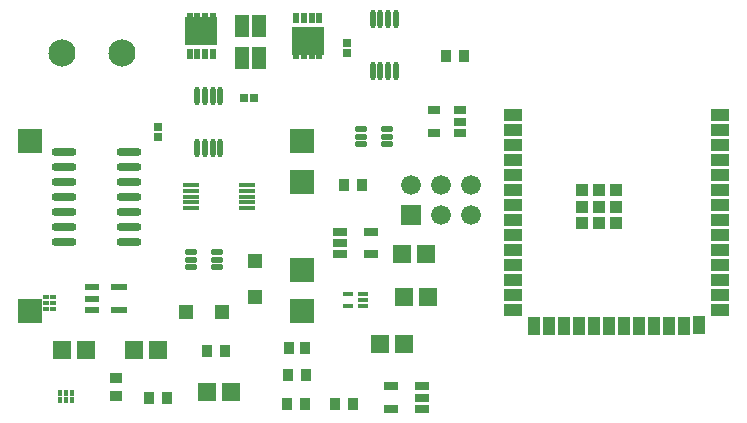
<source format=gts>
G04 Layer: TopSolderMaskLayer*
G04 EasyEDA v6.5.46, 2025-04-11 15:52:01*
G04 898f7cb4de8248389c9d67f31726504a,899b5eb0d7ee4baeb7bb73a579ea36e5,10*
G04 Gerber Generator version 0.2*
G04 Scale: 100 percent, Rotated: No, Reflected: No *
G04 Dimensions in millimeters *
G04 leading zeros omitted , absolute positions ,4 integer and 5 decimal *
%FSLAX45Y45*%
%MOMM*%

%AMMACRO1*4,1,8,-1.0211,-1.0508,-1.0508,-1.021,-1.0508,1.0211,-1.0211,1.0508,1.021,1.0508,1.0508,1.0211,1.0508,-1.021,1.021,-1.0508,-1.0211,-1.0508,0*%
%AMMACRO2*4,1,8,-0.7261,-0.7258,-0.7558,-0.696,-0.7558,0.6961,-0.7261,0.7258,0.726,0.7258,0.7558,0.6961,0.7558,-0.696,0.726,-0.7258,-0.7261,-0.7258,0*%
%AMMACRO3*4,1,8,-0.4211,-0.5008,-0.4508,-0.471,-0.4508,0.4711,-0.4211,0.5008,0.421,0.5008,0.4508,0.4711,0.4508,-0.471,0.421,-0.5008,-0.4211,-0.5008,0*%
%AMMACRO4*4,1,8,-0.5711,-0.6008,-0.6008,-0.571,-0.6008,0.5711,-0.5711,0.6008,0.571,0.6008,0.6008,0.5711,0.6008,-0.571,0.571,-0.6008,-0.5711,-0.6008,0*%
%AMMACRO5*4,1,8,-0.8085,-0.8382,-0.8382,-0.8084,-0.8382,0.8085,-0.8085,0.8382,0.8084,0.8382,0.8382,0.8085,0.8382,-0.8084,0.8084,-0.8382,-0.8085,-0.8382,0*%
%AMMACRO6*4,1,8,-0.2461,-0.4008,-0.2758,-0.371,-0.2758,0.3711,-0.2461,0.4008,0.2461,0.4008,0.2758,0.3711,0.2758,-0.371,0.2461,-0.4008,-0.2461,-0.4008,0*%
%AMMACRO7*4,1,8,-1.321,-1.1507,-1.3508,-1.121,-1.3508,1.121,-1.321,1.1507,1.321,1.1507,1.3508,1.121,1.3508,-1.121,1.321,-1.1507,-1.321,-1.1507,0*%
%AMMACRO8*4,1,8,-0.3039,-0.3208,-0.3336,-0.291,-0.3336,0.2911,-0.3039,0.3208,0.3038,0.3208,0.3336,0.2911,0.3336,-0.291,0.3038,-0.3208,-0.3039,-0.3208,0*%
%AMMACRO9*4,1,8,-0.2911,-0.3336,-0.3208,-0.3038,-0.3208,0.3039,-0.2911,0.3336,0.291,0.3336,0.3208,0.3039,0.3208,-0.3038,0.291,-0.3336,-0.2911,-0.3336,0*%
%AMMACRO10*4,1,8,-0.1457,-0.225,-0.175,-0.1957,-0.175,0.1957,-0.1457,0.225,0.1457,0.225,0.175,0.1957,0.175,-0.1957,0.1457,-0.225,-0.1457,-0.225,0*%
%AMMACRO11*4,1,8,-0.1457,-0.25,-0.175,-0.2207,-0.175,0.2207,-0.1457,0.25,0.1457,0.25,0.175,0.2207,0.175,-0.2207,0.1457,-0.25,-0.1457,-0.25,0*%
%AMMACRO12*4,1,8,-0.1957,-0.175,-0.225,-0.1457,-0.225,0.1457,-0.1957,0.175,0.1957,0.175,0.225,0.1457,0.225,-0.1457,0.1957,-0.175,-0.1957,-0.175,0*%
%AMMACRO13*4,1,8,-0.2207,-0.175,-0.25,-0.1457,-0.25,0.1457,-0.2207,0.175,0.2207,0.175,0.25,0.1457,0.25,-0.1457,0.2207,-0.175,-0.2207,-0.175,0*%
%AMMACRO14*4,1,8,-0.5707,-0.925,-0.6,-0.8957,-0.6,0.8957,-0.5707,0.925,0.5707,0.925,0.6,0.8957,0.6,-0.8957,0.5707,-0.925,-0.5707,-0.925,0*%
%AMMACRO15*4,1,8,-0.3611,-0.1908,-0.3908,-0.161,-0.3908,0.1611,-0.3611,0.1908,0.361,0.1908,0.3908,0.1611,0.3908,-0.161,0.361,-0.1908,-0.3611,-0.1908,0*%
%AMMACRO16*4,1,8,-0.5996,-0.2958,-0.6293,-0.266,-0.6293,0.2661,-0.5996,0.2958,0.5995,0.2958,0.6293,0.2661,0.6293,-0.266,0.5995,-0.2958,-0.5996,-0.2958,0*%
%AMMACRO17*4,1,8,-0.6086,-0.2958,-0.6383,-0.266,-0.6383,0.2661,-0.6086,0.2958,0.6085,0.2958,0.6383,0.2661,0.6383,-0.266,0.6085,-0.2958,-0.6086,-0.2958,0*%
%AMMACRO18*4,1,8,-0.4243,-0.4828,-0.454,-0.453,-0.454,0.4531,-0.4243,0.4828,0.4243,0.4828,0.454,0.4531,0.454,-0.453,0.4243,-0.4828,-0.4243,-0.4828,0*%
%AMMACRO19*4,1,8,-0.4531,-0.454,-0.4828,-0.4243,-0.4828,0.4243,-0.4531,0.454,0.453,0.454,0.4828,0.4243,0.4828,-0.4243,0.453,-0.454,-0.4531,-0.454,0*%
%AMMACRO20*4,1,8,-0.6562,-0.165,-0.665,-0.1562,-0.665,0.1562,-0.6562,0.165,0.6562,0.165,0.665,0.1562,0.665,-0.1562,0.6562,-0.165,-0.6562,-0.165,0*%
%AMMACRO21*4,1,8,-0.6711,-0.2008,-0.7008,-0.171,-0.7008,0.1711,-0.6711,0.2008,0.671,0.2008,0.7008,0.1711,0.7008,-0.171,0.671,-0.2008,-0.6711,-0.2008,0*%
%AMMACRO22*4,1,8,-0.7707,-0.5,-0.8,-0.4707,-0.8,0.4707,-0.7707,0.5,0.7707,0.5,0.8,0.4707,0.8,-0.4707,0.7707,-0.5,-0.7707,-0.5,0*%
%AMMACRO23*4,1,8,-0.4707,-0.8,-0.5,-0.7707,-0.5,0.7707,-0.4707,0.8,0.4707,0.8,0.5,0.7707,0.5,-0.7707,0.4707,-0.8,-0.4707,-0.8,0*%
%AMMACRO24*4,1,8,-0.4711,-0.5008,-0.5008,-0.471,-0.5008,0.4711,-0.4711,0.5008,0.4711,0.5008,0.5008,0.4711,0.5008,-0.471,0.4711,-0.5008,-0.4711,-0.5008,0*%
%AMMACRO25*4,1,8,-0.4711,-0.5008,-0.5008,-0.471,-0.5008,0.4711,-0.4711,0.5008,0.471,0.5008,0.5008,0.4711,0.5008,-0.471,0.471,-0.5008,-0.4711,-0.5008,0*%
%AMMACRO26*4,1,8,-0.4711,-0.5008,-0.5008,-0.4711,-0.5008,0.4711,-0.4711,0.5008,0.4711,0.5008,0.5008,0.4711,0.5008,-0.4711,0.4711,-0.5008,-0.4711,-0.5008,0*%
%AMMACRO27*4,1,8,-0.4711,-0.5008,-0.5008,-0.4711,-0.5008,0.4711,-0.4711,0.5008,0.471,0.5008,0.5008,0.4711,0.5008,-0.4711,0.471,-0.5008,-0.4711,-0.5008,0*%
%AMMACRO28*4,1,8,-0.5207,-0.35,-0.55,-0.3207,-0.55,0.3207,-0.5207,0.35,0.5207,0.35,0.55,0.3207,0.55,-0.3207,0.5207,-0.35,-0.5207,-0.35,0*%
%AMMACRO29*4,1,8,0.5207,-0.3501,-0.5207,-0.35,-0.55,-0.3207,-0.5501,0.3207,-0.5208,0.35,0.5208,0.3501,0.5501,0.3207,0.55,-0.3207,0.5207,-0.3501,0*%
%AMMACRO30*4,1,8,-0.5207,-0.35,-0.55,-0.3207,-0.55,0.3208,-0.5207,0.35,0.5207,0.35,0.55,0.3208,0.55,-0.3207,0.5207,-0.35,-0.5207,-0.35,0*%
%AMMACRO31*4,1,8,-0.5207,-0.35,-0.55,-0.3207,-0.55,0.3207,-0.5207,0.35,0.5207,0.3499,0.55,0.3207,0.55,-0.3207,0.5207,-0.35,-0.5207,-0.35,0*%
%AMMACRO32*4,1,8,-0.5208,-0.3501,-0.55,-0.3207,-0.55,0.3207,-0.5208,0.3501,0.5207,0.35,0.55,0.3207,0.55,-0.3207,0.5207,-0.35,-0.5208,-0.3501,0*%
%AMMACRO33*4,1,8,-0.5711,-0.3508,-0.6008,-0.321,-0.6008,0.3211,-0.5711,0.3508,0.571,0.3508,0.6008,0.3211,0.6008,-0.321,0.571,-0.3508,-0.5711,-0.3508,0*%
%AMMACRO34*4,1,8,-0.4457,-0.225,-0.475,-0.1957,-0.475,0.1957,-0.4457,0.225,0.4457,0.225,0.475,0.1957,0.475,-0.1957,0.4457,-0.225,-0.4457,-0.225,0*%
%AMMACRO35*4,1,8,-0.5707,-0.35,-0.6,-0.3207,-0.6,0.3207,-0.5707,0.35,0.5707,0.35,0.6,0.3207,0.6,-0.3207,0.5707,-0.35,-0.5707,-0.35,0*%
%ADD10MACRO1*%
%ADD11MACRO2*%
%ADD12MACRO3*%
%ADD13MACRO4*%
%ADD14C,1.6764*%
%ADD15MACRO5*%
%ADD16C,2.3016*%
%ADD17MACRO6*%
%ADD18MACRO7*%
%ADD19MACRO8*%
%ADD20MACRO9*%
%ADD21MACRO10*%
%ADD22MACRO11*%
%ADD23MACRO12*%
%ADD24MACRO13*%
%ADD25MACRO14*%
%ADD26O,0.4816094X1.5516098000000003*%
%ADD27MACRO15*%
%ADD28MACRO16*%
%ADD29MACRO17*%
%ADD30MACRO18*%
%ADD31MACRO19*%
%ADD32MACRO20*%
%ADD33MACRO21*%
%ADD34MACRO22*%
%ADD35MACRO23*%
%ADD36MACRO24*%
%ADD37MACRO25*%
%ADD38MACRO26*%
%ADD39MACRO27*%
%ADD40MACRO28*%
%ADD41MACRO29*%
%ADD42MACRO30*%
%ADD43MACRO31*%
%ADD44MACRO32*%
%ADD45MACRO33*%
%ADD46MACRO34*%
%ADD47MACRO35*%
%ADD48O,2.1395944X0.6755891999999999*%
%ADD49O,0.0144X0.6755891999999999*%

%LPD*%
D10*
G01*
X2565400Y-1320800D03*
G01*
X2565400Y-1663700D03*
G01*
X2565400Y-2413000D03*
G01*
X2565400Y-2755900D03*
G01*
X266700Y-1320800D03*
G01*
X266700Y-2755900D03*
D11*
G01*
X735002Y-3086100D03*
G01*
X534997Y-3086100D03*
G01*
X1966902Y-3441700D03*
G01*
X1766897Y-3441700D03*
G01*
X1344602Y-3086100D03*
G01*
X1144597Y-3086100D03*
G01*
X3417897Y-2273300D03*
G01*
X3617902Y-2273300D03*
G01*
X3227397Y-3035300D03*
G01*
X3427402Y-3035300D03*
G01*
X3430597Y-2641600D03*
G01*
X3630602Y-2641600D03*
D12*
G01*
X2597299Y-3073400D03*
G01*
X2457300Y-3073400D03*
D13*
G01*
X1589900Y-2768601D03*
G01*
X1889899Y-2768601D03*
G01*
X2171701Y-2639199D03*
G01*
X2171701Y-2339200D03*
D14*
G01*
X4000500Y-1689100D03*
G01*
X4000500Y-1943100D03*
G01*
X3746500Y-1689100D03*
G01*
X3746500Y-1943100D03*
G01*
X3492500Y-1689100D03*
D15*
G01*
X3492500Y-1943100D03*
D16*
G01*
X1041400Y-571500D03*
G01*
X533400Y-571500D03*
D17*
G01*
X1616999Y-581799D03*
G01*
X1682005Y-581799D03*
G01*
X1746994Y-581799D03*
G01*
X1812000Y-581799D03*
G01*
X1812000Y-281800D03*
G01*
X1746991Y-281800D03*
G01*
X1682008Y-281800D03*
G01*
X1616999Y-281800D03*
D18*
G01*
X1714500Y-391794D03*
D17*
G01*
X2713700Y-281800D03*
G01*
X2648694Y-281800D03*
G01*
X2583705Y-281800D03*
G01*
X2518699Y-281800D03*
G01*
X2518699Y-581799D03*
G01*
X2583708Y-581799D03*
G01*
X2648691Y-581799D03*
G01*
X2713700Y-581799D03*
D18*
G01*
X2616200Y-471805D03*
D19*
G01*
X2164182Y-952500D03*
G01*
X2077617Y-952500D03*
D20*
G01*
X1346200Y-1287882D03*
G01*
X1346200Y-1201317D03*
G01*
X2946400Y-576682D03*
G01*
X2946400Y-490117D03*
D21*
G01*
X621504Y-3509812D03*
G01*
X571517Y-3509812D03*
G01*
X521505Y-3509812D03*
G01*
X521505Y-3449792D03*
G01*
X571517Y-3449792D03*
D22*
G01*
X621504Y-3449792D03*
D23*
G01*
X401787Y-2742404D03*
G01*
X401787Y-2692417D03*
G01*
X401787Y-2642405D03*
G01*
X461807Y-2642405D03*
G01*
X461807Y-2692417D03*
D24*
G01*
X461807Y-2742404D03*
D25*
G01*
X2203594Y-345097D03*
G01*
X2063593Y-345097D03*
G01*
X2063595Y-620092D03*
G01*
X2203594Y-620092D03*
D26*
G01*
X1680489Y-1375689D03*
G01*
X1745513Y-1375689D03*
G01*
X1810512Y-1375689D03*
G01*
X1875510Y-1375689D03*
G01*
X1680489Y-935710D03*
G01*
X1745513Y-935710D03*
G01*
X1810512Y-935710D03*
G01*
X1875510Y-935710D03*
G01*
X3166389Y-727989D03*
G01*
X3231413Y-727989D03*
G01*
X3296411Y-727989D03*
G01*
X3361410Y-727989D03*
G01*
X3166389Y-288010D03*
G01*
X3231413Y-288010D03*
G01*
X3296411Y-288010D03*
G01*
X3361410Y-288010D03*
D27*
G01*
X2958592Y-2716999D03*
G01*
X2958592Y-2617000D03*
G01*
X3086607Y-2617000D03*
G01*
X3086607Y-2667012D03*
G01*
X3086607Y-2716999D03*
D28*
G01*
X786333Y-2559303D03*
G01*
X786333Y-2654300D03*
G01*
X786333Y-2749296D03*
D29*
G01*
X1017066Y-2749296D03*
G01*
X1017066Y-2559303D03*
D30*
G01*
X2451975Y-3302000D03*
G01*
X2602624Y-3302000D03*
G01*
X2589924Y-3543300D03*
G01*
X2439275Y-3543300D03*
G01*
X3936124Y-596900D03*
G01*
X3785475Y-596900D03*
G01*
X1916824Y-3098800D03*
G01*
X1766175Y-3098800D03*
G01*
X1421524Y-3492500D03*
G01*
X1270875Y-3492500D03*
D31*
G01*
X990600Y-3328275D03*
G01*
X990600Y-3478924D03*
D30*
G01*
X2996324Y-3543300D03*
G01*
X2845675Y-3543300D03*
G01*
X2921875Y-1689100D03*
G01*
X3072524Y-1689100D03*
D32*
G01*
X2101898Y-1890687D03*
G01*
X2101898Y-1840699D03*
G01*
X2101898Y-1790712D03*
G01*
X2101898Y-1740700D03*
G01*
X2101898Y-1690687D03*
D33*
G01*
X1631899Y-1690712D03*
G01*
X1631899Y-1740700D03*
G01*
X1631899Y-1790687D03*
G01*
X1631899Y-1840699D03*
G01*
X1631899Y-1890712D03*
D34*
G01*
X4357399Y-1104404D03*
G01*
X4357400Y-1231404D03*
G01*
X4357400Y-1358404D03*
G01*
X4357400Y-1485404D03*
G01*
X4357400Y-1612404D03*
G01*
X4357400Y-1739404D03*
G01*
X4357400Y-1866404D03*
G01*
X4357400Y-1993404D03*
G01*
X4357400Y-2120404D03*
G01*
X4357400Y-2247404D03*
G01*
X4357400Y-2374404D03*
G01*
X4357400Y-2501404D03*
G01*
X4357400Y-2628404D03*
G01*
X4357400Y-2755404D03*
D35*
G01*
X4533900Y-2883405D03*
G01*
X4660900Y-2883405D03*
G01*
X4787900Y-2883405D03*
G01*
X4914900Y-2883405D03*
G01*
X5041900Y-2883405D03*
G01*
X5168900Y-2883405D03*
G01*
X5295900Y-2883405D03*
G01*
X5422900Y-2883405D03*
G01*
X5549900Y-2883405D03*
G01*
X5676900Y-2883405D03*
G01*
X5803900Y-2883405D03*
G01*
X5930900Y-2880400D03*
D34*
G01*
X6107399Y-2755404D03*
G01*
X6107399Y-2628404D03*
G01*
X6107399Y-2501404D03*
G01*
X6107399Y-2374404D03*
G01*
X6107399Y-2247404D03*
G01*
X6107399Y-2120404D03*
G01*
X6107399Y-1993404D03*
G01*
X6107399Y-1866404D03*
G01*
X6107399Y-1739404D03*
G01*
X6107399Y-1612404D03*
G01*
X6107399Y-1485404D03*
G01*
X6107399Y-1358404D03*
G01*
X6107399Y-1231404D03*
G01*
X6107399Y-1104404D03*
D36*
G01*
X5222389Y-2016414D03*
D37*
G01*
X5082390Y-2016424D03*
G01*
X4942392Y-2016414D03*
G01*
X4942392Y-1736415D03*
G01*
X5082390Y-1736415D03*
D36*
G01*
X5222389Y-1736415D03*
D38*
G01*
X5222389Y-1876414D03*
D39*
G01*
X4942391Y-1876414D03*
G01*
X5082390Y-1876414D03*
D40*
G01*
X3907308Y-1155700D03*
D41*
G01*
X3907309Y-1060707D03*
D42*
G01*
X3907304Y-1250690D03*
D43*
G01*
X3687293Y-1060695D03*
D44*
G01*
X3687295Y-1250699D03*
D45*
G01*
X3324388Y-3587496D03*
G01*
X3324388Y-3397504D03*
G01*
X3584411Y-3397504D03*
G01*
X3584411Y-3492500D03*
G01*
X3584411Y-3587496D03*
D46*
G01*
X1849899Y-2389101D03*
G01*
X1849899Y-2324100D03*
G01*
X1849899Y-2259098D03*
G01*
X1629900Y-2259098D03*
G01*
X1629900Y-2324100D03*
G01*
X1629900Y-2389101D03*
G01*
X3065000Y-1217698D03*
G01*
X3065000Y-1282700D03*
G01*
X3065000Y-1347701D03*
G01*
X3284999Y-1347701D03*
G01*
X3284999Y-1282700D03*
G01*
X3284999Y-1217698D03*
D47*
G01*
X3152602Y-2089403D03*
G01*
X3152602Y-2279396D03*
G01*
X2892595Y-2089403D03*
G01*
X2892602Y-2279396D03*
G01*
X2892602Y-2184400D03*
D48*
G01*
X548589Y-1409700D03*
G01*
X548589Y-1536700D03*
G01*
X548589Y-1663700D03*
G01*
X548589Y-1790700D03*
G01*
X548589Y-1917700D03*
G01*
X548589Y-2044700D03*
G01*
X548589Y-2171700D03*
G01*
X1102410Y-1409700D03*
G01*
X1102410Y-1536700D03*
G01*
X1102410Y-1663700D03*
G01*
X1102410Y-1790700D03*
G01*
X1102410Y-1917700D03*
G01*
X1102410Y-2044700D03*
G01*
X1102410Y-2171700D03*
M02*

</source>
